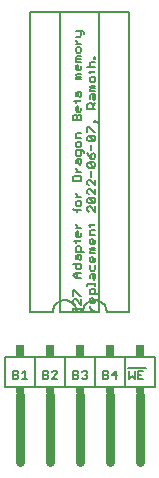
<source format=gto>
G75*
%MOIN*%
%OFA0B0*%
%FSLAX24Y24*%
%IPPOS*%
%LPD*%
%AMOC8*
5,1,8,0,0,1.08239X$1,22.5*
%
%ADD10C,0.0050*%
%ADD11C,0.0060*%
%ADD12C,0.0300*%
%ADD13R,0.0300X0.0200*%
%ADD14R,0.0300X0.0400*%
D10*
X000675Y003025D02*
X000810Y003025D01*
X000855Y003070D01*
X000855Y003115D01*
X000810Y003160D01*
X000675Y003160D01*
X000675Y003025D02*
X000675Y003295D01*
X000810Y003295D01*
X000855Y003250D01*
X000855Y003205D01*
X000810Y003160D01*
X000970Y003205D02*
X001060Y003295D01*
X001060Y003025D01*
X000970Y003025D02*
X001150Y003025D01*
X001675Y003025D02*
X001810Y003025D01*
X001855Y003070D01*
X001855Y003115D01*
X001810Y003160D01*
X001675Y003160D01*
X001675Y003025D02*
X001675Y003295D01*
X001810Y003295D01*
X001855Y003250D01*
X001855Y003205D01*
X001810Y003160D01*
X001970Y003250D02*
X002015Y003295D01*
X002105Y003295D01*
X002150Y003250D01*
X002150Y003205D01*
X001970Y003025D01*
X002150Y003025D01*
X002675Y003025D02*
X002810Y003025D01*
X002855Y003070D01*
X002855Y003115D01*
X002810Y003160D01*
X002675Y003160D01*
X002675Y003025D02*
X002675Y003295D01*
X002810Y003295D01*
X002855Y003250D01*
X002855Y003205D01*
X002810Y003160D01*
X002970Y003070D02*
X003015Y003025D01*
X003105Y003025D01*
X003150Y003070D01*
X003150Y003115D01*
X003105Y003160D01*
X003060Y003160D01*
X003105Y003160D02*
X003150Y003205D01*
X003150Y003250D01*
X003105Y003295D01*
X003015Y003295D01*
X002970Y003250D01*
X003675Y003295D02*
X003675Y003025D01*
X003810Y003025D01*
X003855Y003070D01*
X003855Y003115D01*
X003810Y003160D01*
X003675Y003160D01*
X003675Y003295D02*
X003810Y003295D01*
X003855Y003250D01*
X003855Y003205D01*
X003810Y003160D01*
X003970Y003160D02*
X004150Y003160D01*
X004105Y003025D02*
X004105Y003295D01*
X003970Y003160D01*
X004550Y003025D02*
X004640Y003115D01*
X004730Y003025D01*
X004730Y003295D01*
X004845Y003295D02*
X004845Y003025D01*
X005025Y003025D01*
X004935Y003160D02*
X004845Y003160D01*
X004845Y003295D02*
X005025Y003295D01*
X005114Y003395D02*
X004525Y003395D01*
X004550Y003295D02*
X004550Y003025D01*
X003515Y005842D02*
X003245Y005842D01*
X003245Y005977D01*
X003290Y006022D01*
X003380Y006022D01*
X003425Y005977D01*
X003425Y005842D01*
X003425Y005682D02*
X003425Y005592D01*
X003380Y005547D01*
X003290Y005547D01*
X003245Y005592D01*
X003245Y005682D01*
X003290Y005727D01*
X003335Y005727D01*
X003335Y005547D01*
X003245Y005437D02*
X003245Y005392D01*
X003335Y005301D01*
X003425Y005301D02*
X003245Y005301D01*
X003155Y006136D02*
X003155Y006181D01*
X003425Y006181D01*
X003425Y006136D02*
X003425Y006226D01*
X003380Y006333D02*
X003425Y006378D01*
X003425Y006513D01*
X003290Y006513D01*
X003245Y006468D01*
X003245Y006378D01*
X003335Y006378D02*
X003335Y006513D01*
X003290Y006627D02*
X003380Y006627D01*
X003425Y006672D01*
X003425Y006808D01*
X003380Y006922D02*
X003290Y006922D01*
X003245Y006967D01*
X003245Y007057D01*
X003290Y007102D01*
X003335Y007102D01*
X003335Y006922D01*
X003380Y006922D02*
X003425Y006967D01*
X003425Y007057D01*
X003425Y007217D02*
X003245Y007217D01*
X003245Y007262D01*
X003290Y007307D01*
X003245Y007352D01*
X003290Y007397D01*
X003425Y007397D01*
X003425Y007307D02*
X003290Y007307D01*
X003290Y007511D02*
X003245Y007556D01*
X003245Y007646D01*
X003290Y007692D01*
X003335Y007692D01*
X003335Y007511D01*
X003380Y007511D02*
X003290Y007511D01*
X003380Y007511D02*
X003425Y007556D01*
X003425Y007646D01*
X003425Y007806D02*
X003245Y007806D01*
X003245Y007941D01*
X003290Y007986D01*
X003425Y007986D01*
X003380Y008146D02*
X003425Y008191D01*
X003380Y008146D02*
X003200Y008146D01*
X003245Y008101D02*
X003245Y008191D01*
X003200Y008592D02*
X003155Y008637D01*
X003155Y008727D01*
X003200Y008772D01*
X003245Y008772D01*
X003425Y008592D01*
X003425Y008772D01*
X003380Y008886D02*
X003200Y009067D01*
X003380Y009067D01*
X003425Y009022D01*
X003425Y008931D01*
X003380Y008886D01*
X003200Y008886D01*
X003155Y008931D01*
X003155Y009022D01*
X003200Y009067D01*
X003200Y009181D02*
X003155Y009226D01*
X003155Y009316D01*
X003200Y009361D01*
X003245Y009361D01*
X003425Y009181D01*
X003425Y009361D01*
X003425Y009476D02*
X003245Y009656D01*
X003200Y009656D01*
X003155Y009611D01*
X003155Y009521D01*
X003200Y009476D01*
X003290Y009770D02*
X003290Y009951D01*
X003380Y010065D02*
X003200Y010065D01*
X003155Y010110D01*
X003155Y010200D01*
X003200Y010245D01*
X003380Y010065D01*
X003425Y010110D01*
X003425Y010200D01*
X003380Y010245D01*
X003200Y010245D01*
X003290Y010360D02*
X003200Y010450D01*
X003155Y010540D01*
X003035Y010548D02*
X003035Y010593D01*
X002990Y010638D01*
X002765Y010638D01*
X002765Y010503D01*
X002810Y010458D01*
X002900Y010458D01*
X002945Y010503D01*
X002945Y010638D01*
X002900Y010753D02*
X002945Y010798D01*
X002945Y010888D01*
X002900Y010933D01*
X002810Y010933D01*
X002765Y010888D01*
X002765Y010798D01*
X002810Y010753D01*
X002900Y010753D01*
X002945Y011047D02*
X002765Y011047D01*
X002765Y011182D01*
X002810Y011227D01*
X002945Y011227D01*
X002945Y011637D02*
X002945Y011772D01*
X002900Y011817D01*
X002855Y011817D01*
X002810Y011772D01*
X002810Y011637D01*
X002810Y011772D02*
X002765Y011817D01*
X002720Y011817D01*
X002675Y011772D01*
X002675Y011637D01*
X002945Y011637D01*
X002900Y011931D02*
X002810Y011931D01*
X002765Y011976D01*
X002765Y012066D01*
X002810Y012111D01*
X002855Y012111D01*
X002855Y011931D01*
X002900Y011931D02*
X002945Y011976D01*
X002945Y012066D01*
X002900Y012271D02*
X002945Y012316D01*
X002900Y012271D02*
X002720Y012271D01*
X002765Y012226D02*
X002765Y012316D01*
X002765Y012467D02*
X002765Y012557D01*
X002810Y012602D01*
X002945Y012602D01*
X002945Y012467D01*
X002900Y012422D01*
X002855Y012467D01*
X002855Y012602D01*
X002945Y013012D02*
X002765Y013012D01*
X002765Y013057D01*
X002810Y013102D01*
X002765Y013147D01*
X002810Y013192D01*
X002945Y013192D01*
X002945Y013102D02*
X002810Y013102D01*
X002810Y013306D02*
X002765Y013351D01*
X002765Y013441D01*
X002810Y013486D01*
X002855Y013486D01*
X002855Y013306D01*
X002900Y013306D02*
X002945Y013351D01*
X002945Y013441D01*
X002900Y013306D02*
X002810Y013306D01*
X002765Y013601D02*
X002765Y013646D01*
X002810Y013691D01*
X002765Y013736D01*
X002810Y013781D01*
X002945Y013781D01*
X002945Y013691D02*
X002810Y013691D01*
X002765Y013601D02*
X002945Y013601D01*
X002900Y013895D02*
X002810Y013895D01*
X002765Y013941D01*
X002765Y014031D01*
X002810Y014076D01*
X002900Y014076D01*
X002945Y014031D01*
X002945Y013941D01*
X002900Y013895D01*
X002945Y014190D02*
X002765Y014190D01*
X002855Y014190D02*
X002765Y014280D01*
X002765Y014325D01*
X002765Y014436D02*
X002900Y014436D01*
X002945Y014481D01*
X002945Y014616D01*
X002990Y014616D02*
X003035Y014571D01*
X003035Y014526D01*
X002990Y014616D02*
X002765Y014616D01*
X003155Y013404D02*
X003425Y013404D01*
X003425Y013298D02*
X003380Y013253D01*
X003200Y013253D01*
X003245Y013208D02*
X003245Y013298D01*
X003290Y013404D02*
X003245Y013449D01*
X003245Y013540D01*
X003290Y013585D01*
X003425Y013585D01*
X003425Y013699D02*
X003380Y013699D01*
X003380Y013744D01*
X003425Y013744D01*
X003425Y013699D01*
X003380Y013093D02*
X003290Y013093D01*
X003245Y013048D01*
X003245Y012958D01*
X003290Y012913D01*
X003380Y012913D01*
X003425Y012958D01*
X003425Y013048D01*
X003380Y013093D01*
X003425Y012799D02*
X003290Y012799D01*
X003245Y012754D01*
X003290Y012709D01*
X003425Y012709D01*
X003425Y012619D02*
X003245Y012619D01*
X003245Y012664D01*
X003290Y012709D01*
X003290Y012504D02*
X003425Y012504D01*
X003425Y012369D01*
X003380Y012324D01*
X003335Y012369D01*
X003335Y012504D01*
X003290Y012504D02*
X003245Y012459D01*
X003245Y012369D01*
X003200Y012210D02*
X003290Y012210D01*
X003335Y012164D01*
X003335Y012029D01*
X003335Y012119D02*
X003425Y012210D01*
X003425Y012029D02*
X003155Y012029D01*
X003155Y012164D01*
X003200Y012210D01*
X003380Y011628D02*
X003380Y011583D01*
X003425Y011583D01*
X003425Y011628D01*
X003380Y011628D01*
X003425Y011628D02*
X003515Y011538D01*
X003425Y011244D02*
X003380Y011244D01*
X003200Y011424D01*
X003155Y011424D01*
X003155Y011244D01*
X003200Y011129D02*
X003155Y011084D01*
X003155Y010994D01*
X003200Y010949D01*
X003380Y010949D01*
X003200Y011129D01*
X003380Y011129D01*
X003425Y011084D01*
X003425Y010994D01*
X003380Y010949D01*
X003290Y010834D02*
X003290Y010654D01*
X003335Y010540D02*
X003290Y010495D01*
X003290Y010360D01*
X003380Y010360D01*
X003425Y010405D01*
X003425Y010495D01*
X003380Y010540D01*
X003335Y010540D01*
X003425Y009656D02*
X003425Y009476D01*
X002945Y009623D02*
X002945Y009758D01*
X002900Y009803D01*
X002720Y009803D01*
X002675Y009758D01*
X002675Y009623D01*
X002945Y009623D01*
X002945Y009918D02*
X002765Y009918D01*
X002765Y010008D02*
X002765Y010053D01*
X002765Y010008D02*
X002855Y009918D01*
X002900Y010163D02*
X002855Y010208D01*
X002855Y010343D01*
X002810Y010343D02*
X002945Y010343D01*
X002945Y010208D01*
X002900Y010163D01*
X002765Y010298D02*
X002810Y010343D01*
X002765Y010298D02*
X002765Y010208D01*
X002765Y009218D02*
X002765Y009173D01*
X002855Y009083D01*
X002945Y009083D02*
X002765Y009083D01*
X002810Y008968D02*
X002765Y008923D01*
X002765Y008833D01*
X002810Y008788D01*
X002900Y008788D01*
X002945Y008833D01*
X002945Y008923D01*
X002900Y008968D01*
X002810Y008968D01*
X002810Y008682D02*
X002810Y008592D01*
X002720Y008637D02*
X002675Y008682D01*
X002720Y008637D02*
X002945Y008637D01*
X002765Y008187D02*
X002765Y008142D01*
X002855Y008052D01*
X002945Y008052D02*
X002765Y008052D01*
X002810Y007937D02*
X002765Y007892D01*
X002765Y007802D01*
X002810Y007757D01*
X002900Y007757D01*
X002945Y007802D01*
X002945Y007892D01*
X002855Y007937D02*
X002855Y007757D01*
X002945Y007651D02*
X002900Y007606D01*
X002720Y007606D01*
X002765Y007651D02*
X002765Y007560D01*
X002810Y007446D02*
X002765Y007401D01*
X002765Y007266D01*
X003035Y007266D01*
X002945Y007266D02*
X002945Y007401D01*
X002900Y007446D01*
X002810Y007446D01*
X002810Y007151D02*
X002945Y007151D01*
X002945Y007016D01*
X002900Y006971D01*
X002855Y007016D01*
X002855Y007151D01*
X002810Y007151D02*
X002765Y007106D01*
X002765Y007016D01*
X002765Y006857D02*
X002765Y006722D01*
X002810Y006677D01*
X002900Y006677D01*
X002945Y006722D01*
X002945Y006857D01*
X002675Y006857D01*
X002765Y006562D02*
X002945Y006562D01*
X002945Y006382D02*
X002765Y006382D01*
X002675Y006472D01*
X002765Y006562D01*
X002810Y006562D02*
X002810Y006382D01*
X002720Y005973D02*
X002900Y005793D01*
X002945Y005793D01*
X002945Y005678D02*
X002945Y005498D01*
X002765Y005678D01*
X002720Y005678D01*
X002675Y005633D01*
X002675Y005543D01*
X002720Y005498D01*
X002675Y005392D02*
X002675Y005301D01*
X002675Y005347D02*
X002945Y005347D01*
X002945Y005392D02*
X002945Y005301D01*
X002675Y005793D02*
X002675Y005973D01*
X002720Y005973D01*
X003290Y006627D02*
X003245Y006672D01*
X003245Y006808D01*
X003335Y006378D02*
X003380Y006333D01*
X002855Y007937D02*
X002810Y007937D01*
D11*
X002800Y005250D02*
X003550Y005250D01*
X003550Y015250D01*
X001250Y015250D01*
X001250Y005250D01*
X002000Y005250D01*
X002250Y005250D02*
X003000Y005250D01*
X003002Y005289D01*
X003008Y005328D01*
X003017Y005366D01*
X003030Y005403D01*
X003047Y005439D01*
X003067Y005472D01*
X003091Y005504D01*
X003117Y005533D01*
X003146Y005559D01*
X003178Y005583D01*
X003211Y005603D01*
X003247Y005620D01*
X003284Y005633D01*
X003322Y005642D01*
X003361Y005648D01*
X003400Y005650D01*
X003439Y005648D01*
X003478Y005642D01*
X003516Y005633D01*
X003553Y005620D01*
X003589Y005603D01*
X003622Y005583D01*
X003654Y005559D01*
X003683Y005533D01*
X003709Y005504D01*
X003733Y005472D01*
X003753Y005439D01*
X003770Y005403D01*
X003783Y005366D01*
X003792Y005328D01*
X003798Y005289D01*
X003800Y005250D01*
X004550Y005250D01*
X004550Y015250D01*
X002250Y015250D01*
X002250Y005250D01*
X002000Y005250D02*
X002002Y005289D01*
X002008Y005328D01*
X002017Y005366D01*
X002030Y005403D01*
X002047Y005439D01*
X002067Y005472D01*
X002091Y005504D01*
X002117Y005533D01*
X002146Y005559D01*
X002178Y005583D01*
X002211Y005603D01*
X002247Y005620D01*
X002284Y005633D01*
X002322Y005642D01*
X002361Y005648D01*
X002400Y005650D01*
X002439Y005648D01*
X002478Y005642D01*
X002516Y005633D01*
X002553Y005620D01*
X002589Y005603D01*
X002622Y005583D01*
X002654Y005559D01*
X002683Y005533D01*
X002709Y005504D01*
X002733Y005472D01*
X002753Y005439D01*
X002770Y005403D01*
X002783Y005366D01*
X002792Y005328D01*
X002798Y005289D01*
X002800Y005250D01*
X002400Y003750D02*
X001400Y003750D01*
X000400Y003750D01*
X000400Y002750D01*
X001400Y002750D01*
X002400Y002750D01*
X003400Y002750D01*
X004400Y002750D01*
X005400Y002750D01*
X005400Y003750D01*
X004400Y003750D01*
X003400Y003750D01*
X002400Y003750D01*
X002400Y002750D01*
X001400Y002750D02*
X001400Y003750D01*
X003400Y003750D02*
X003400Y002750D01*
X004400Y002750D02*
X004400Y003750D01*
D12*
X000900Y002500D02*
X000900Y000250D01*
X001900Y000250D02*
X001900Y002500D01*
X002900Y002500D02*
X002900Y000250D01*
X003900Y000250D02*
X003900Y002500D01*
X004900Y002500D02*
X004900Y000250D01*
D13*
X004900Y002650D03*
X003900Y002650D03*
X002900Y002650D03*
X001900Y002650D03*
X000900Y002650D03*
D14*
X000900Y003950D03*
X001900Y003950D03*
X002900Y003950D03*
X003900Y003950D03*
X004900Y003950D03*
M02*

</source>
